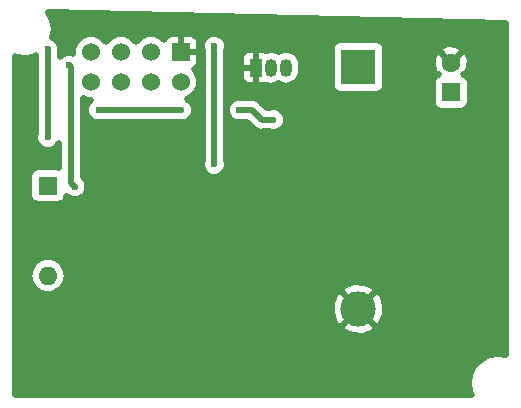
<source format=gtl>
G04 #@! TF.GenerationSoftware,KiCad,Pcbnew,5.0.0*
G04 #@! TF.CreationDate,2018-09-22T16:21:52+03:00*
G04 #@! TF.ProjectId,hamster-attiny85,68616D737465722D617474696E793835,rev?*
G04 #@! TF.SameCoordinates,Original*
G04 #@! TF.FileFunction,Copper,L1,Top*
G04 #@! TF.FilePolarity,Positive*
%FSLAX46Y46*%
G04 Gerber Fmt 4.6, Leading zero omitted, Abs format (unit mm)*
G04 Created by KiCad (PCBNEW 5.0.0) date Sat Sep 22 16:21:52 2018*
%MOMM*%
%LPD*%
G01*
G04 APERTURE LIST*
G04 #@! TA.AperFunction,ComponentPad*
%ADD10R,1.600000X1.600000*%
G04 #@! TD*
G04 #@! TA.AperFunction,ComponentPad*
%ADD11C,1.600000*%
G04 #@! TD*
G04 #@! TA.AperFunction,ComponentPad*
%ADD12C,3.000000*%
G04 #@! TD*
G04 #@! TA.AperFunction,ComponentPad*
%ADD13R,3.000000X3.000000*%
G04 #@! TD*
G04 #@! TA.AperFunction,ComponentPad*
%ADD14O,1.600000X1.600000*%
G04 #@! TD*
G04 #@! TA.AperFunction,ComponentPad*
%ADD15O,1.050000X1.500000*%
G04 #@! TD*
G04 #@! TA.AperFunction,ComponentPad*
%ADD16R,1.050000X1.500000*%
G04 #@! TD*
G04 #@! TA.AperFunction,ComponentPad*
%ADD17R,1.524000X1.524000*%
G04 #@! TD*
G04 #@! TA.AperFunction,ComponentPad*
%ADD18C,1.524000*%
G04 #@! TD*
G04 #@! TA.AperFunction,ViaPad*
%ADD19C,0.600000*%
G04 #@! TD*
G04 #@! TA.AperFunction,Conductor*
%ADD20C,0.500000*%
G04 #@! TD*
G04 APERTURE END LIST*
D10*
G04 #@! TO.P,C1,1*
G04 #@! TO.N,+3V3*
X139900000Y-93250000D03*
D11*
G04 #@! TO.P,C1,2*
G04 #@! TO.N,GND*
X139900000Y-90750000D03*
G04 #@! TD*
D12*
G04 #@! TO.P,BT1,2*
G04 #@! TO.N,GND*
X132050000Y-111590000D03*
D13*
G04 #@! TO.P,BT1,1*
G04 #@! TO.N,+3V3*
X132050000Y-91100000D03*
G04 #@! TD*
D10*
G04 #@! TO.P,D1,1*
G04 #@! TO.N,Net-(D1-Pad1)*
X105750000Y-101150000D03*
D14*
G04 #@! TO.P,D1,2*
G04 #@! TO.N,Net-(C2-Pad1)*
X105750000Y-108770000D03*
G04 #@! TD*
D15*
G04 #@! TO.P,U2,2*
G04 #@! TO.N,Net-(U1-Pad2)*
X124650000Y-91150000D03*
G04 #@! TO.P,U2,3*
G04 #@! TO.N,+3V3*
X125920000Y-91150000D03*
D16*
G04 #@! TO.P,U2,1*
G04 #@! TO.N,GND*
X123380000Y-91150000D03*
G04 #@! TD*
D17*
G04 #@! TO.P,U3,1*
G04 #@! TO.N,GND*
X117050000Y-89850000D03*
D18*
G04 #@! TO.P,U3,2*
G04 #@! TO.N,+3V3*
X117050000Y-92390000D03*
G04 #@! TO.P,U3,3*
G04 #@! TO.N,Net-(U1-Pad3)*
X114510000Y-89850000D03*
G04 #@! TO.P,U3,4*
G04 #@! TO.N,Net-(C2-Pad1)*
X114510000Y-92390000D03*
G04 #@! TO.P,U3,5*
G04 #@! TO.N,Net-(D1-Pad1)*
X111970000Y-89850000D03*
G04 #@! TO.P,U3,6*
G04 #@! TO.N,Net-(U1-Pad6)*
X111970000Y-92390000D03*
G04 #@! TO.P,U3,7*
G04 #@! TO.N,Net-(U1-Pad5)*
X109430000Y-89850000D03*
G04 #@! TO.P,U3,8*
G04 #@! TO.N,Net-(U3-Pad8)*
X109430000Y-92390000D03*
G04 #@! TD*
D19*
G04 #@! TO.N,GND*
X110050000Y-104200000D03*
X122050000Y-91150000D03*
X136350000Y-89100000D03*
G04 #@! TO.N,+3V3*
X124850000Y-95550000D03*
X121950000Y-94750000D03*
X117050000Y-94750000D03*
X110050000Y-94750000D03*
G04 #@! TO.N,Net-(D1-Pad1)*
X105750000Y-97050000D03*
X105750000Y-89600000D03*
G04 #@! TO.N,Net-(U1-Pad3)*
X119850000Y-99350000D03*
X119850000Y-89350000D03*
G04 #@! TO.N,Net-(U1-Pad5)*
X107550000Y-90950000D03*
X108050002Y-101250000D03*
G04 #@! TD*
D20*
G04 #@! TO.N,+3V3*
X117050000Y-94750000D02*
X110050000Y-94750000D01*
X124850000Y-95550000D02*
X123850000Y-95550000D01*
X123050000Y-94750000D02*
X121950000Y-94750000D01*
X123850000Y-95550000D02*
X123050000Y-94750000D01*
G04 #@! TO.N,Net-(D1-Pad1)*
X105750000Y-97050000D02*
X105750000Y-89600000D01*
G04 #@! TO.N,Net-(U1-Pad3)*
X119850000Y-99350000D02*
X119850000Y-89350000D01*
G04 #@! TO.N,Net-(U1-Pad5)*
X107750003Y-100950001D02*
X108050002Y-101250000D01*
X107550000Y-90950000D02*
X107700000Y-91100000D01*
X107700000Y-100899998D02*
X107750003Y-100950001D01*
X107700000Y-91100000D02*
X107700000Y-100899998D01*
G04 #@! TD*
G04 #@! TO.N,GND*
G36*
X144500000Y-87394118D02*
X144500000Y-115507950D01*
X143850000Y-115405000D01*
X143094453Y-115524667D01*
X142412865Y-115871953D01*
X141871953Y-116412865D01*
X141524667Y-117094453D01*
X141405000Y-117850000D01*
X141524667Y-118605547D01*
X141674698Y-118900000D01*
X103000000Y-118900000D01*
X103000000Y-113086756D01*
X130558901Y-113086756D01*
X130700016Y-113454897D01*
X131516443Y-113829556D01*
X132414099Y-113863263D01*
X133256324Y-113550886D01*
X133399984Y-113454897D01*
X133541099Y-113086756D01*
X132050000Y-111595657D01*
X130558901Y-113086756D01*
X103000000Y-113086756D01*
X103000000Y-111954099D01*
X129776737Y-111954099D01*
X130089114Y-112796324D01*
X130185103Y-112939984D01*
X130553244Y-113081099D01*
X132044343Y-111590000D01*
X132055657Y-111590000D01*
X133546756Y-113081099D01*
X133914897Y-112939984D01*
X134289556Y-112123557D01*
X134323263Y-111225901D01*
X134010886Y-110383676D01*
X133914897Y-110240016D01*
X133546756Y-110098901D01*
X132055657Y-111590000D01*
X132044343Y-111590000D01*
X130553244Y-110098901D01*
X130185103Y-110240016D01*
X129810444Y-111056443D01*
X129776737Y-111954099D01*
X103000000Y-111954099D01*
X103000000Y-108770000D01*
X104169634Y-108770000D01*
X104289932Y-109374780D01*
X104632512Y-109887488D01*
X105145220Y-110230068D01*
X105597340Y-110320000D01*
X105902660Y-110320000D01*
X106354780Y-110230068D01*
X106559551Y-110093244D01*
X130558901Y-110093244D01*
X132050000Y-111584343D01*
X133541099Y-110093244D01*
X133399984Y-109725103D01*
X132583557Y-109350444D01*
X131685901Y-109316737D01*
X130843676Y-109629114D01*
X130700016Y-109725103D01*
X130558901Y-110093244D01*
X106559551Y-110093244D01*
X106867488Y-109887488D01*
X107210068Y-109374780D01*
X107330366Y-108770000D01*
X107210068Y-108165220D01*
X106867488Y-107652512D01*
X106354780Y-107309932D01*
X105902660Y-107220000D01*
X105597340Y-107220000D01*
X105145220Y-107309932D01*
X104632512Y-107652512D01*
X104289932Y-108165220D01*
X104169634Y-108770000D01*
X103000000Y-108770000D01*
X103000000Y-90202683D01*
X103044453Y-90225333D01*
X103800000Y-90345000D01*
X104555547Y-90225333D01*
X104750001Y-90126254D01*
X104750000Y-96720431D01*
X104700000Y-96841142D01*
X104700000Y-97258858D01*
X104859853Y-97644777D01*
X105155223Y-97940147D01*
X105541142Y-98100000D01*
X105958858Y-98100000D01*
X106344777Y-97940147D01*
X106640147Y-97644777D01*
X106700001Y-97500278D01*
X106700001Y-99615144D01*
X106550000Y-99585307D01*
X104950000Y-99585307D01*
X104657365Y-99643516D01*
X104409280Y-99809280D01*
X104243516Y-100057365D01*
X104185307Y-100350000D01*
X104185307Y-101950000D01*
X104243516Y-102242635D01*
X104409280Y-102490720D01*
X104657365Y-102656484D01*
X104950000Y-102714693D01*
X106550000Y-102714693D01*
X106842635Y-102656484D01*
X107090720Y-102490720D01*
X107256484Y-102242635D01*
X107306461Y-101991383D01*
X107455225Y-102140147D01*
X107841144Y-102300000D01*
X108258860Y-102300000D01*
X108644779Y-102140147D01*
X108940149Y-101844777D01*
X109100002Y-101458858D01*
X109100002Y-101041142D01*
X108940149Y-100655223D01*
X108700000Y-100415074D01*
X108700000Y-93724201D01*
X109129244Y-93902000D01*
X109413076Y-93902000D01*
X109159853Y-94155223D01*
X109000000Y-94541142D01*
X109000000Y-94958858D01*
X109159853Y-95344777D01*
X109455223Y-95640147D01*
X109841142Y-95800000D01*
X110258858Y-95800000D01*
X110379569Y-95750000D01*
X116720431Y-95750000D01*
X116841142Y-95800000D01*
X117258858Y-95800000D01*
X117644777Y-95640147D01*
X117940147Y-95344777D01*
X118100000Y-94958858D01*
X118100000Y-94541142D01*
X117940147Y-94155223D01*
X117644777Y-93859853D01*
X117548642Y-93820033D01*
X117906479Y-93671812D01*
X118331812Y-93246479D01*
X118562000Y-92690756D01*
X118562000Y-92089244D01*
X118331812Y-91533521D01*
X118108097Y-91309806D01*
X118241372Y-91254602D01*
X118454601Y-91041373D01*
X118570000Y-90762776D01*
X118570000Y-90043500D01*
X118380500Y-89854000D01*
X117054000Y-89854000D01*
X117054000Y-89874000D01*
X117046000Y-89874000D01*
X117046000Y-89854000D01*
X117026000Y-89854000D01*
X117026000Y-89846000D01*
X117046000Y-89846000D01*
X117046000Y-88519500D01*
X117054000Y-88519500D01*
X117054000Y-89846000D01*
X118380500Y-89846000D01*
X118570000Y-89656500D01*
X118570000Y-89141142D01*
X118800000Y-89141142D01*
X118800000Y-89558858D01*
X118850001Y-89679571D01*
X118850000Y-99020431D01*
X118800000Y-99141142D01*
X118800000Y-99558858D01*
X118959853Y-99944777D01*
X119255223Y-100240147D01*
X119641142Y-100400000D01*
X120058858Y-100400000D01*
X120444777Y-100240147D01*
X120740147Y-99944777D01*
X120900000Y-99558858D01*
X120900000Y-99141142D01*
X120850000Y-99020431D01*
X120850000Y-94541142D01*
X120900000Y-94541142D01*
X120900000Y-94958858D01*
X121059853Y-95344777D01*
X121355223Y-95640147D01*
X121741142Y-95800000D01*
X122158858Y-95800000D01*
X122279569Y-95750000D01*
X122635788Y-95750000D01*
X123073247Y-96187460D01*
X123129040Y-96270960D01*
X123382247Y-96440147D01*
X123459819Y-96491979D01*
X123850000Y-96569591D01*
X123948490Y-96550000D01*
X124520431Y-96550000D01*
X124641142Y-96600000D01*
X125058858Y-96600000D01*
X125444777Y-96440147D01*
X125740147Y-96144777D01*
X125900000Y-95758858D01*
X125900000Y-95341142D01*
X125740147Y-94955223D01*
X125444777Y-94659853D01*
X125058858Y-94500000D01*
X124641142Y-94500000D01*
X124520431Y-94550000D01*
X124264213Y-94550000D01*
X123826754Y-94112542D01*
X123770960Y-94029040D01*
X123440181Y-93808021D01*
X123148490Y-93750000D01*
X123050000Y-93730409D01*
X122951510Y-93750000D01*
X122279569Y-93750000D01*
X122158858Y-93700000D01*
X121741142Y-93700000D01*
X121355223Y-93859853D01*
X121059853Y-94155223D01*
X120900000Y-94541142D01*
X120850000Y-94541142D01*
X120850000Y-90249225D01*
X122097000Y-90249225D01*
X122097000Y-90956500D01*
X122286500Y-91146000D01*
X123375000Y-91146000D01*
X123375000Y-91154000D01*
X122286500Y-91154000D01*
X122097000Y-91343500D01*
X122097000Y-92050775D01*
X122212398Y-92329372D01*
X122425627Y-92542601D01*
X122704224Y-92658000D01*
X123186500Y-92658000D01*
X123376000Y-92468500D01*
X123376000Y-91505600D01*
X123384000Y-91545819D01*
X123384000Y-92468500D01*
X123573500Y-92658000D01*
X124055776Y-92658000D01*
X124220865Y-92589618D01*
X124650000Y-92674978D01*
X125147480Y-92576023D01*
X125285001Y-92484135D01*
X125422521Y-92576023D01*
X125920000Y-92674978D01*
X126417480Y-92576023D01*
X126839223Y-92294223D01*
X127121023Y-91872479D01*
X127195000Y-91500572D01*
X127195000Y-90799427D01*
X127121023Y-90427520D01*
X126839223Y-90005777D01*
X126417479Y-89723977D01*
X125920000Y-89625022D01*
X125422520Y-89723977D01*
X125285000Y-89815865D01*
X125147479Y-89723977D01*
X124650000Y-89625022D01*
X124220865Y-89710382D01*
X124055776Y-89642000D01*
X123573500Y-89642000D01*
X123384000Y-89831500D01*
X123384000Y-90754182D01*
X123376000Y-90794401D01*
X123376000Y-89831500D01*
X123186500Y-89642000D01*
X122704224Y-89642000D01*
X122425627Y-89757399D01*
X122212398Y-89970628D01*
X122097000Y-90249225D01*
X120850000Y-90249225D01*
X120850000Y-89679569D01*
X120882958Y-89600000D01*
X129785307Y-89600000D01*
X129785307Y-92600000D01*
X129843516Y-92892635D01*
X130009280Y-93140720D01*
X130257365Y-93306484D01*
X130550000Y-93364693D01*
X133550000Y-93364693D01*
X133842635Y-93306484D01*
X134090720Y-93140720D01*
X134256484Y-92892635D01*
X134314693Y-92600000D01*
X134314693Y-91002450D01*
X138331665Y-91002450D01*
X138547656Y-91583409D01*
X138612511Y-91680471D01*
X138874669Y-91730128D01*
X138807365Y-91743516D01*
X138559280Y-91909280D01*
X138393516Y-92157365D01*
X138335307Y-92450000D01*
X138335307Y-94050000D01*
X138393516Y-94342635D01*
X138559280Y-94590720D01*
X138807365Y-94756484D01*
X139100000Y-94814693D01*
X140700000Y-94814693D01*
X140992635Y-94756484D01*
X141240720Y-94590720D01*
X141406484Y-94342635D01*
X141464693Y-94050000D01*
X141464693Y-92450000D01*
X141406484Y-92157365D01*
X141240720Y-91909280D01*
X140992635Y-91743516D01*
X140925331Y-91730128D01*
X141187489Y-91680471D01*
X141445561Y-91116942D01*
X141468335Y-90497550D01*
X141252344Y-89916591D01*
X141187489Y-89819529D01*
X140892083Y-89763574D01*
X139905657Y-90750000D01*
X139919799Y-90764142D01*
X139914142Y-90769799D01*
X139900000Y-90755657D01*
X139885858Y-90769799D01*
X139880201Y-90764142D01*
X139894343Y-90750000D01*
X138907917Y-89763574D01*
X138612511Y-89819529D01*
X138354439Y-90383058D01*
X138331665Y-91002450D01*
X134314693Y-91002450D01*
X134314693Y-89757917D01*
X138913574Y-89757917D01*
X139900000Y-90744343D01*
X140886426Y-89757917D01*
X140830471Y-89462511D01*
X140266942Y-89204439D01*
X139647550Y-89181665D01*
X139066591Y-89397656D01*
X138969529Y-89462511D01*
X138913574Y-89757917D01*
X134314693Y-89757917D01*
X134314693Y-89600000D01*
X134256484Y-89307365D01*
X134090720Y-89059280D01*
X133842635Y-88893516D01*
X133550000Y-88835307D01*
X130550000Y-88835307D01*
X130257365Y-88893516D01*
X130009280Y-89059280D01*
X129843516Y-89307365D01*
X129785307Y-89600000D01*
X120882958Y-89600000D01*
X120900000Y-89558858D01*
X120900000Y-89141142D01*
X120740147Y-88755223D01*
X120444777Y-88459853D01*
X120058858Y-88300000D01*
X119641142Y-88300000D01*
X119255223Y-88459853D01*
X118959853Y-88755223D01*
X118800000Y-89141142D01*
X118570000Y-89141142D01*
X118570000Y-88937224D01*
X118454601Y-88658627D01*
X118241372Y-88445398D01*
X117962775Y-88330000D01*
X117243500Y-88330000D01*
X117054000Y-88519500D01*
X117046000Y-88519500D01*
X116856500Y-88330000D01*
X116137225Y-88330000D01*
X115858628Y-88445398D01*
X115645399Y-88658627D01*
X115590194Y-88791903D01*
X115366479Y-88568188D01*
X114810756Y-88338000D01*
X114209244Y-88338000D01*
X113653521Y-88568188D01*
X113240000Y-88981709D01*
X112826479Y-88568188D01*
X112270756Y-88338000D01*
X111669244Y-88338000D01*
X111113521Y-88568188D01*
X110700000Y-88981709D01*
X110286479Y-88568188D01*
X109730756Y-88338000D01*
X109129244Y-88338000D01*
X108573521Y-88568188D01*
X108148188Y-88993521D01*
X107918000Y-89549244D01*
X107918000Y-89965919D01*
X107758858Y-89900000D01*
X107341142Y-89900000D01*
X106955223Y-90059853D01*
X106750000Y-90265076D01*
X106750000Y-89929569D01*
X106800000Y-89808858D01*
X106800000Y-89391142D01*
X106640147Y-89005223D01*
X106344777Y-88709853D01*
X106130772Y-88621209D01*
X106245000Y-87900000D01*
X106125333Y-87144453D01*
X105782845Y-86472281D01*
X144500000Y-87394118D01*
X144500000Y-87394118D01*
G37*
X144500000Y-87394118D02*
X144500000Y-115507950D01*
X143850000Y-115405000D01*
X143094453Y-115524667D01*
X142412865Y-115871953D01*
X141871953Y-116412865D01*
X141524667Y-117094453D01*
X141405000Y-117850000D01*
X141524667Y-118605547D01*
X141674698Y-118900000D01*
X103000000Y-118900000D01*
X103000000Y-113086756D01*
X130558901Y-113086756D01*
X130700016Y-113454897D01*
X131516443Y-113829556D01*
X132414099Y-113863263D01*
X133256324Y-113550886D01*
X133399984Y-113454897D01*
X133541099Y-113086756D01*
X132050000Y-111595657D01*
X130558901Y-113086756D01*
X103000000Y-113086756D01*
X103000000Y-111954099D01*
X129776737Y-111954099D01*
X130089114Y-112796324D01*
X130185103Y-112939984D01*
X130553244Y-113081099D01*
X132044343Y-111590000D01*
X132055657Y-111590000D01*
X133546756Y-113081099D01*
X133914897Y-112939984D01*
X134289556Y-112123557D01*
X134323263Y-111225901D01*
X134010886Y-110383676D01*
X133914897Y-110240016D01*
X133546756Y-110098901D01*
X132055657Y-111590000D01*
X132044343Y-111590000D01*
X130553244Y-110098901D01*
X130185103Y-110240016D01*
X129810444Y-111056443D01*
X129776737Y-111954099D01*
X103000000Y-111954099D01*
X103000000Y-108770000D01*
X104169634Y-108770000D01*
X104289932Y-109374780D01*
X104632512Y-109887488D01*
X105145220Y-110230068D01*
X105597340Y-110320000D01*
X105902660Y-110320000D01*
X106354780Y-110230068D01*
X106559551Y-110093244D01*
X130558901Y-110093244D01*
X132050000Y-111584343D01*
X133541099Y-110093244D01*
X133399984Y-109725103D01*
X132583557Y-109350444D01*
X131685901Y-109316737D01*
X130843676Y-109629114D01*
X130700016Y-109725103D01*
X130558901Y-110093244D01*
X106559551Y-110093244D01*
X106867488Y-109887488D01*
X107210068Y-109374780D01*
X107330366Y-108770000D01*
X107210068Y-108165220D01*
X106867488Y-107652512D01*
X106354780Y-107309932D01*
X105902660Y-107220000D01*
X105597340Y-107220000D01*
X105145220Y-107309932D01*
X104632512Y-107652512D01*
X104289932Y-108165220D01*
X104169634Y-108770000D01*
X103000000Y-108770000D01*
X103000000Y-90202683D01*
X103044453Y-90225333D01*
X103800000Y-90345000D01*
X104555547Y-90225333D01*
X104750001Y-90126254D01*
X104750000Y-96720431D01*
X104700000Y-96841142D01*
X104700000Y-97258858D01*
X104859853Y-97644777D01*
X105155223Y-97940147D01*
X105541142Y-98100000D01*
X105958858Y-98100000D01*
X106344777Y-97940147D01*
X106640147Y-97644777D01*
X106700001Y-97500278D01*
X106700001Y-99615144D01*
X106550000Y-99585307D01*
X104950000Y-99585307D01*
X104657365Y-99643516D01*
X104409280Y-99809280D01*
X104243516Y-100057365D01*
X104185307Y-100350000D01*
X104185307Y-101950000D01*
X104243516Y-102242635D01*
X104409280Y-102490720D01*
X104657365Y-102656484D01*
X104950000Y-102714693D01*
X106550000Y-102714693D01*
X106842635Y-102656484D01*
X107090720Y-102490720D01*
X107256484Y-102242635D01*
X107306461Y-101991383D01*
X107455225Y-102140147D01*
X107841144Y-102300000D01*
X108258860Y-102300000D01*
X108644779Y-102140147D01*
X108940149Y-101844777D01*
X109100002Y-101458858D01*
X109100002Y-101041142D01*
X108940149Y-100655223D01*
X108700000Y-100415074D01*
X108700000Y-93724201D01*
X109129244Y-93902000D01*
X109413076Y-93902000D01*
X109159853Y-94155223D01*
X109000000Y-94541142D01*
X109000000Y-94958858D01*
X109159853Y-95344777D01*
X109455223Y-95640147D01*
X109841142Y-95800000D01*
X110258858Y-95800000D01*
X110379569Y-95750000D01*
X116720431Y-95750000D01*
X116841142Y-95800000D01*
X117258858Y-95800000D01*
X117644777Y-95640147D01*
X117940147Y-95344777D01*
X118100000Y-94958858D01*
X118100000Y-94541142D01*
X117940147Y-94155223D01*
X117644777Y-93859853D01*
X117548642Y-93820033D01*
X117906479Y-93671812D01*
X118331812Y-93246479D01*
X118562000Y-92690756D01*
X118562000Y-92089244D01*
X118331812Y-91533521D01*
X118108097Y-91309806D01*
X118241372Y-91254602D01*
X118454601Y-91041373D01*
X118570000Y-90762776D01*
X118570000Y-90043500D01*
X118380500Y-89854000D01*
X117054000Y-89854000D01*
X117054000Y-89874000D01*
X117046000Y-89874000D01*
X117046000Y-89854000D01*
X117026000Y-89854000D01*
X117026000Y-89846000D01*
X117046000Y-89846000D01*
X117046000Y-88519500D01*
X117054000Y-88519500D01*
X117054000Y-89846000D01*
X118380500Y-89846000D01*
X118570000Y-89656500D01*
X118570000Y-89141142D01*
X118800000Y-89141142D01*
X118800000Y-89558858D01*
X118850001Y-89679571D01*
X118850000Y-99020431D01*
X118800000Y-99141142D01*
X118800000Y-99558858D01*
X118959853Y-99944777D01*
X119255223Y-100240147D01*
X119641142Y-100400000D01*
X120058858Y-100400000D01*
X120444777Y-100240147D01*
X120740147Y-99944777D01*
X120900000Y-99558858D01*
X120900000Y-99141142D01*
X120850000Y-99020431D01*
X120850000Y-94541142D01*
X120900000Y-94541142D01*
X120900000Y-94958858D01*
X121059853Y-95344777D01*
X121355223Y-95640147D01*
X121741142Y-95800000D01*
X122158858Y-95800000D01*
X122279569Y-95750000D01*
X122635788Y-95750000D01*
X123073247Y-96187460D01*
X123129040Y-96270960D01*
X123382247Y-96440147D01*
X123459819Y-96491979D01*
X123850000Y-96569591D01*
X123948490Y-96550000D01*
X124520431Y-96550000D01*
X124641142Y-96600000D01*
X125058858Y-96600000D01*
X125444777Y-96440147D01*
X125740147Y-96144777D01*
X125900000Y-95758858D01*
X125900000Y-95341142D01*
X125740147Y-94955223D01*
X125444777Y-94659853D01*
X125058858Y-94500000D01*
X124641142Y-94500000D01*
X124520431Y-94550000D01*
X124264213Y-94550000D01*
X123826754Y-94112542D01*
X123770960Y-94029040D01*
X123440181Y-93808021D01*
X123148490Y-93750000D01*
X123050000Y-93730409D01*
X122951510Y-93750000D01*
X122279569Y-93750000D01*
X122158858Y-93700000D01*
X121741142Y-93700000D01*
X121355223Y-93859853D01*
X121059853Y-94155223D01*
X120900000Y-94541142D01*
X120850000Y-94541142D01*
X120850000Y-90249225D01*
X122097000Y-90249225D01*
X122097000Y-90956500D01*
X122286500Y-91146000D01*
X123375000Y-91146000D01*
X123375000Y-91154000D01*
X122286500Y-91154000D01*
X122097000Y-91343500D01*
X122097000Y-92050775D01*
X122212398Y-92329372D01*
X122425627Y-92542601D01*
X122704224Y-92658000D01*
X123186500Y-92658000D01*
X123376000Y-92468500D01*
X123376000Y-91505600D01*
X123384000Y-91545819D01*
X123384000Y-92468500D01*
X123573500Y-92658000D01*
X124055776Y-92658000D01*
X124220865Y-92589618D01*
X124650000Y-92674978D01*
X125147480Y-92576023D01*
X125285001Y-92484135D01*
X125422521Y-92576023D01*
X125920000Y-92674978D01*
X126417480Y-92576023D01*
X126839223Y-92294223D01*
X127121023Y-91872479D01*
X127195000Y-91500572D01*
X127195000Y-90799427D01*
X127121023Y-90427520D01*
X126839223Y-90005777D01*
X126417479Y-89723977D01*
X125920000Y-89625022D01*
X125422520Y-89723977D01*
X125285000Y-89815865D01*
X125147479Y-89723977D01*
X124650000Y-89625022D01*
X124220865Y-89710382D01*
X124055776Y-89642000D01*
X123573500Y-89642000D01*
X123384000Y-89831500D01*
X123384000Y-90754182D01*
X123376000Y-90794401D01*
X123376000Y-89831500D01*
X123186500Y-89642000D01*
X122704224Y-89642000D01*
X122425627Y-89757399D01*
X122212398Y-89970628D01*
X122097000Y-90249225D01*
X120850000Y-90249225D01*
X120850000Y-89679569D01*
X120882958Y-89600000D01*
X129785307Y-89600000D01*
X129785307Y-92600000D01*
X129843516Y-92892635D01*
X130009280Y-93140720D01*
X130257365Y-93306484D01*
X130550000Y-93364693D01*
X133550000Y-93364693D01*
X133842635Y-93306484D01*
X134090720Y-93140720D01*
X134256484Y-92892635D01*
X134314693Y-92600000D01*
X134314693Y-91002450D01*
X138331665Y-91002450D01*
X138547656Y-91583409D01*
X138612511Y-91680471D01*
X138874669Y-91730128D01*
X138807365Y-91743516D01*
X138559280Y-91909280D01*
X138393516Y-92157365D01*
X138335307Y-92450000D01*
X138335307Y-94050000D01*
X138393516Y-94342635D01*
X138559280Y-94590720D01*
X138807365Y-94756484D01*
X139100000Y-94814693D01*
X140700000Y-94814693D01*
X140992635Y-94756484D01*
X141240720Y-94590720D01*
X141406484Y-94342635D01*
X141464693Y-94050000D01*
X141464693Y-92450000D01*
X141406484Y-92157365D01*
X141240720Y-91909280D01*
X140992635Y-91743516D01*
X140925331Y-91730128D01*
X141187489Y-91680471D01*
X141445561Y-91116942D01*
X141468335Y-90497550D01*
X141252344Y-89916591D01*
X141187489Y-89819529D01*
X140892083Y-89763574D01*
X139905657Y-90750000D01*
X139919799Y-90764142D01*
X139914142Y-90769799D01*
X139900000Y-90755657D01*
X139885858Y-90769799D01*
X139880201Y-90764142D01*
X139894343Y-90750000D01*
X138907917Y-89763574D01*
X138612511Y-89819529D01*
X138354439Y-90383058D01*
X138331665Y-91002450D01*
X134314693Y-91002450D01*
X134314693Y-89757917D01*
X138913574Y-89757917D01*
X139900000Y-90744343D01*
X140886426Y-89757917D01*
X140830471Y-89462511D01*
X140266942Y-89204439D01*
X139647550Y-89181665D01*
X139066591Y-89397656D01*
X138969529Y-89462511D01*
X138913574Y-89757917D01*
X134314693Y-89757917D01*
X134314693Y-89600000D01*
X134256484Y-89307365D01*
X134090720Y-89059280D01*
X133842635Y-88893516D01*
X133550000Y-88835307D01*
X130550000Y-88835307D01*
X130257365Y-88893516D01*
X130009280Y-89059280D01*
X129843516Y-89307365D01*
X129785307Y-89600000D01*
X120882958Y-89600000D01*
X120900000Y-89558858D01*
X120900000Y-89141142D01*
X120740147Y-88755223D01*
X120444777Y-88459853D01*
X120058858Y-88300000D01*
X119641142Y-88300000D01*
X119255223Y-88459853D01*
X118959853Y-88755223D01*
X118800000Y-89141142D01*
X118570000Y-89141142D01*
X118570000Y-88937224D01*
X118454601Y-88658627D01*
X118241372Y-88445398D01*
X117962775Y-88330000D01*
X117243500Y-88330000D01*
X117054000Y-88519500D01*
X117046000Y-88519500D01*
X116856500Y-88330000D01*
X116137225Y-88330000D01*
X115858628Y-88445398D01*
X115645399Y-88658627D01*
X115590194Y-88791903D01*
X115366479Y-88568188D01*
X114810756Y-88338000D01*
X114209244Y-88338000D01*
X113653521Y-88568188D01*
X113240000Y-88981709D01*
X112826479Y-88568188D01*
X112270756Y-88338000D01*
X111669244Y-88338000D01*
X111113521Y-88568188D01*
X110700000Y-88981709D01*
X110286479Y-88568188D01*
X109730756Y-88338000D01*
X109129244Y-88338000D01*
X108573521Y-88568188D01*
X108148188Y-88993521D01*
X107918000Y-89549244D01*
X107918000Y-89965919D01*
X107758858Y-89900000D01*
X107341142Y-89900000D01*
X106955223Y-90059853D01*
X106750000Y-90265076D01*
X106750000Y-89929569D01*
X106800000Y-89808858D01*
X106800000Y-89391142D01*
X106640147Y-89005223D01*
X106344777Y-88709853D01*
X106130772Y-88621209D01*
X106245000Y-87900000D01*
X106125333Y-87144453D01*
X105782845Y-86472281D01*
X144500000Y-87394118D01*
G04 #@! TD*
M02*

</source>
